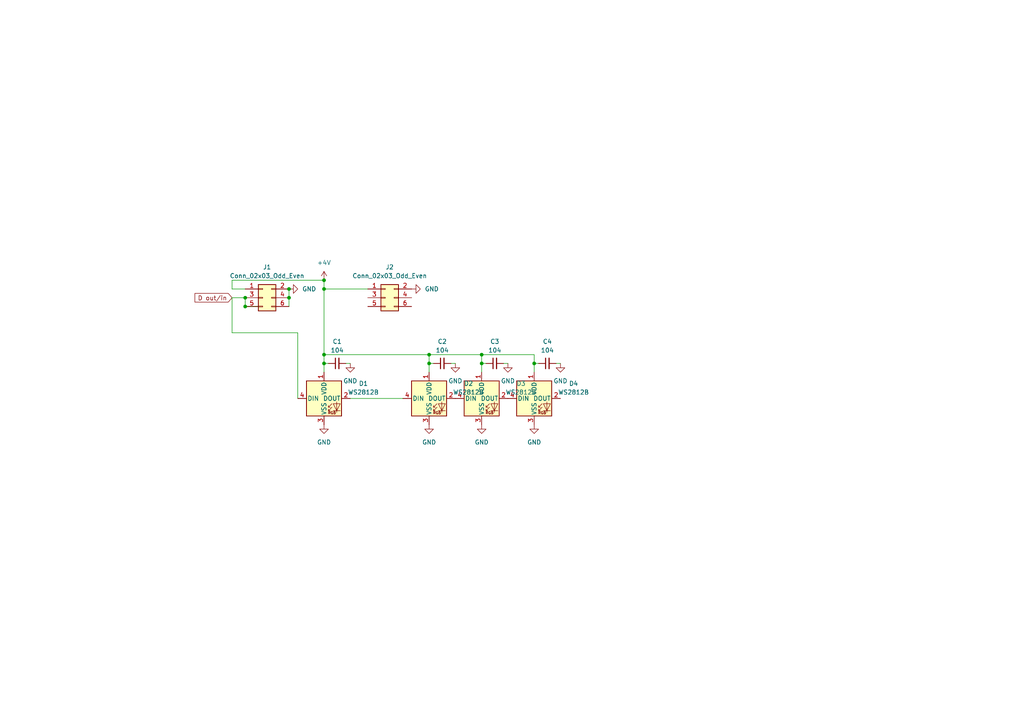
<source format=kicad_sch>
(kicad_sch (version 20211123) (generator eeschema)
  (paper "A4")
  (title_block (title "WICCON 2023 Badge") (date "2023-08-26") (rev "1.0"))
  (lib_symbols
    (symbol "Connector_Generic:Conn_02x03_Odd_Even" (pin_names (offset 1.016) hide)
      (property "Reference" "J" (at 1.27 5.08 0))
      (property "Value" "Conn_02x03_Odd_Even" (at 1.27 -5.08 0))
      (symbol "Conn_02x03_Odd_Even_1_1"
        (rectangle (start -1.27 -2.413) (end 0 -2.667) (stroke (width 0.1524)))
        (rectangle (start -1.27 0.127) (end 0 -0.127) (stroke (width 0.1524)))
        (rectangle (start -1.27 2.667) (end 0 2.413) (stroke (width 0.1524)))
        (rectangle (start -1.27 3.81) (end 3.81 -3.81) (stroke (width 0.254)) (fill (type background)))
        (rectangle (start 3.81 -2.413) (end 2.54 -2.667) (stroke (width 0.1524)))
        (rectangle (start 3.81 0.127) (end 2.54 -0.127) (stroke (width 0.1524)))
        (rectangle (start 3.81 2.667) (end 2.54 2.413) (stroke (width 0.1524)))
        (pin passive line (at -5.08 2.54 0) (length 3.81) (name "Pin_1") (number "1"))
        (pin passive line (at 7.62 2.54 180) (length 3.81) (name "Pin_2") (number "2"))
        (pin passive line (at -5.08 0 0) (length 3.81) (name "Pin_3") (number "3"))
        (pin passive line (at 7.62 0 180) (length 3.81) (name "Pin_4") (number "4"))
        (pin passive line (at -5.08 -2.54 0) (length 3.81) (name "Pin_5") (number "5"))
        (pin passive line (at 7.62 -2.54 180) (length 3.81) (name "Pin_6") (number "6"))
      )
    )
    (symbol "Device:C_Small" (pin_numbers hide) (pin_names (offset 0.254) hide)
      (property "Reference" "C" (at 0.254 1.778 0))
      (property "Value" "C_Small" (at 0.254 -2.032 0))
      (symbol "C_Small_0_1"
        (polyline (pts (xy -1.524 -0.508) (xy 1.524 -0.508)) (stroke (width 0.3302)))
        (polyline (pts (xy -1.524 0.508) (xy 1.524 0.508)) (stroke (width 0.3048)))
      )
      (symbol "C_Small_1_1"
        (pin passive line (at 0 2.54 270) (length 2.032) (name "~") (number "1"))
        (pin passive line (at 0 -2.54 90) (length 2.032) (name "~") (number "2"))
      )
    )
    (symbol "LED:WS2812B" (pin_names (offset 0.254))
      (property "Reference" "D" (at 5.08 5.715 0))
      (property "Value" "WS2812B" (at 1.27 -5.715 0))
      (symbol "WS2812B_0_0"
        (text "RGB" (at 2.286 -4.191 0) (effects (font (size 0.762 0.762))))
      )
      (symbol "WS2812B_0_1"
        (polyline (pts (xy 1.27 -3.556) (xy 1.778 -3.556)))
        (polyline (pts (xy 1.27 -2.54) (xy 1.778 -2.54)))
        (polyline (pts (xy 4.699 -3.556) (xy 2.667 -3.556)))
        (polyline (pts (xy 2.286 -2.54) (xy 1.27 -3.556) (xy 1.27 -3.048)))
        (polyline (pts (xy 2.286 -1.524) (xy 1.27 -2.54) (xy 1.27 -2.032)))
        (polyline (pts (xy 3.683 -1.016) (xy 3.683 -3.556) (xy 3.683 -4.064)))
        (polyline (pts (xy 4.699 -1.524) (xy 2.667 -1.524) (xy 3.683 -3.556) (xy 4.699 -1.524)))
        (rectangle (start 5.08 5.08) (end -5.08 -5.08) (stroke (width 0.254)) (fill (type background)))
      )
      (symbol "WS2812B_1_1"
        (pin power_in line (at 0 7.62 270) (length 2.54) (name "VDD") (number "1"))
        (pin output line (at 7.62 0 180) (length 2.54) (name "DOUT") (number "2"))
        (pin power_in line (at 0 -7.62 90) (length 2.54) (name "VSS") (number "3"))
        (pin input line (at -7.62 0 0) (length 2.54) (name "DIN") (number "4"))
      )
    )
    (symbol "power:+4V" (power) (pin_names (offset 0))
      (property "Value" "+4V" (at 0 3.556 0))
      (symbol "+4V_0_1"
        (polyline (pts (xy -0.762 1.27) (xy 0 2.54)))
        (polyline (pts (xy 0 0) (xy 0 2.54)))
        (polyline (pts (xy 0 2.54) (xy 0.762 1.27)))
      )
      (symbol "+4V_1_1"
        (pin power_in line (at 0 0 90) (length 0) hide (name "+4V") (number "1"))
      )
    )
    (symbol "power:GND" (power) (pin_names (offset 0))
      (property "Value" "GND" (at 0 -3.81 0))
      (symbol "GND_0_1"
        (polyline (pts (xy 0 0) (xy 0 -1.27) (xy 1.27 -1.27) (xy 0 -2.54) (xy -1.27 -1.27) (xy 0 -1.27)))
      )
      (symbol "GND_1_1"
        (pin power_in line (at 0 0 270) (length 0) hide (name "GND") (number "1"))
      )
    )
  )
  (junction (at 124.46 102.87))
  (junction (at 93.98 83.82))
  (junction (at 139.7 105.41))
  (junction (at 139.7 102.87))
  (junction (at 71.12 86.36))
  (junction (at 93.98 81.28))
  (junction (at 71.12 88.9))
  (junction (at 83.82 86.36))
  (junction (at 154.94 105.41))
  (junction (at 93.98 105.41))
  (junction (at 93.98 102.87))
  (junction (at 83.82 83.82))
  (junction (at 124.46 105.41))
  (wire (pts (xy 95.25 105.41) (xy 93.98 105.41)))
  (wire (pts (xy 124.46 102.87) (xy 124.46 105.41)))
  (wire (pts (xy 140.97 105.41) (xy 139.7 105.41)))
  (wire (pts (xy 71.12 86.36) (xy 71.12 88.9)))
  (wire (pts (xy 83.82 83.82) (xy 83.82 86.36)))
  (wire (pts (xy 71.12 88.9) (xy 74.93 88.9)))
  (wire (pts (xy 156.21 105.41) (xy 154.94 105.41)))
  (wire (pts (xy 83.82 86.36) (xy 83.82 88.9)))
  (wire (pts (xy 132.08 105.41) (xy 130.81 105.41)))
  (wire (pts (xy 106.68 83.82) (xy 93.98 83.82)))
  (wire (pts (xy 101.6 105.41) (xy 100.33 105.41)))
  (wire (pts (xy 147.32 105.41) (xy 146.05 105.41)))
  (wire (pts (xy 93.98 105.41) (xy 93.98 107.95)))
  (wire (pts (xy 124.46 102.87) (xy 139.7 102.87)))
  (wire (pts (xy 86.36 96.52) (xy 86.36 115.57)))
  (wire (pts (xy 125.73 105.41) (xy 124.46 105.41)))
  (wire (pts (xy 154.94 105.41) (xy 154.94 107.95)))
  (wire (pts (xy 71.12 86.36) (xy 67.31 86.36)))
  (wire (pts (xy 154.94 102.87) (xy 154.94 105.41)))
  (wire (pts (xy 139.7 102.87) (xy 139.7 105.41)))
  (wire (pts (xy 67.31 83.82) (xy 67.31 81.28)))
  (wire (pts (xy 93.98 83.82) (xy 93.98 102.87)))
  (wire (pts (xy 67.31 83.82) (xy 71.12 83.82)))
  (wire (pts (xy 139.7 102.87) (xy 154.94 102.87)))
  (wire (pts (xy 71.12 86.36) (xy 74.93 86.36)))
  (wire (pts (xy 93.98 102.87) (xy 93.98 105.41)))
  (wire (pts (xy 101.6 115.57) (xy 116.84 115.57)))
  (wire (pts (xy 93.98 102.87) (xy 124.46 102.87)))
  (wire (pts (xy 67.31 96.52) (xy 86.36 96.52)))
  (wire (pts (xy 67.31 81.28) (xy 93.98 81.28)))
  (wire (pts (xy 124.46 105.41) (xy 124.46 107.95)))
  (wire (pts (xy 67.31 86.36) (xy 67.31 96.52)))
  (wire (pts (xy 93.98 81.28) (xy 93.98 83.82)))
  (wire (pts (xy 162.56 105.41) (xy 161.29 105.41)))
  (wire (pts (xy 139.7 105.41) (xy 139.7 107.95)))
  (global_label "D out{slash}in" (shape input) (at 67.31 86.36 180) (property "Intersheet References" "${INTERSHEET_REFS}" (effects hide)))
  (symbol (lib_id "power:GND") (at 154.94 123.19 0) (unit 1)
    (property "Reference" "#PWR010" (effects hide))
    (property "Value" "GND" (at 154.94 128.27 0))
  )
  (symbol (lib_id "LED:WS2812B") (at 93.98 115.57 0) (unit 1)
    (property "Reference" "D1" (at 105.41 111.2393 0))
    (property "Value" "WS2812B" (at 105.41 113.7793 0))
    (property "Footprint" "LED_SMD:LED_WS2812B_PLCC4_5.0x5.0mm_P3.2mm" (effects hide))
    (property "Datasheet" "https://cdn-shop.adafruit.com/datasheets/WS2812B.pdf" (effects hide))
  )
  (symbol (lib_id "power:GND") (at 119.38 83.82 90) (unit 1)
    (property "Reference" "#PWR05" (effects hide))
    (property "Value" "GND" (at 123.19 83.8199 90) (effects (justify right)))
  )
  (symbol (lib_id "power:GND") (at 124.46 123.19 0) (unit 1)
    (property "Reference" "#PWR06" (effects hide))
    (property "Value" "GND" (at 124.46 128.27 0))
  )
  (symbol (lib_id "power:GND") (at 83.82 83.82 90) (unit 1)
    (property "Reference" "#PWR01" (effects hide))
    (property "Value" "GND" (at 87.63 83.8199 90) (effects (justify right)))
  )
  (symbol (lib_id "Device:C_Small") (at 158.75 105.41 90) (unit 1)
    (property "Reference" "C4" (at 158.7563 99.06 90))
    (property "Value" "104" (at 158.7563 101.6 90))
    (property "Footprint" "Resistor_SMD:R_0805_2012Metric" (effects hide))
  )
  (symbol (lib_id "LED:WS2812B") (at 124.46 115.57 0) (unit 1)
    (property "Reference" "D2" (at 135.89 111.2393 0))
    (property "Value" "WS2812B" (at 135.89 113.7793 0))
    (property "Footprint" "LED_SMD:LED_WS2812B_PLCC4_5.0x5.0mm_P3.2mm" (effects hide))
    (property "Datasheet" "https://cdn-shop.adafruit.com/datasheets/WS2812B.pdf" (effects hide))
  )
  (symbol (lib_id "Device:C_Small") (at 143.51 105.41 90) (unit 1)
    (property "Reference" "C3" (at 143.5163 99.06 90))
    (property "Value" "104" (at 143.5163 101.6 90))
    (property "Footprint" "Resistor_SMD:R_0805_2012Metric" (effects hide))
  )
  (symbol (lib_id "Device:C_Small") (at 128.27 105.41 90) (unit 1)
    (property "Reference" "C2" (at 128.2763 99.06 90))
    (property "Value" "104" (at 128.2763 101.6 90))
    (property "Footprint" "Resistor_SMD:R_0805_2012Metric" (effects hide))
  )
  (symbol (lib_id "power:GND") (at 147.32 105.41 0) (unit 1)
    (property "Reference" "#PWR09" (effects hide))
    (property "Value" "GND" (at 147.32 110.49 0))
  )
  (symbol (lib_id "LED:WS2812B") (at 154.94 115.57 0) (unit 1)
    (property "Reference" "D4" (at 166.37 111.2393 0))
    (property "Value" "WS2812B" (at 166.37 113.7793 0))
    (property "Footprint" "LED_SMD:LED_WS2812B_PLCC4_5.0x5.0mm_P3.2mm" (effects hide))
    (property "Datasheet" "https://cdn-shop.adafruit.com/datasheets/WS2812B.pdf" (effects hide))
  )
  (symbol (lib_id "power:GND") (at 162.56 105.41 0) (unit 1)
    (property "Reference" "#PWR011" (effects hide))
    (property "Value" "GND" (at 162.56 110.49 0))
  )
  (symbol (lib_id "power:GND") (at 132.08 105.41 0) (unit 1)
    (property "Reference" "#PWR07" (effects hide))
    (property "Value" "GND" (at 132.08 110.49 0))
  )
  (symbol (lib_id "power:+4V") (at 93.98 81.28 0) (unit 1)
    (property "Reference" "#PWR02" (effects hide))
    (property "Value" "+4V" (at 93.98 76.2 0))
  )
  (symbol (lib_id "Connector_Generic:Conn_02x03_Odd_Even") (at 111.76 86.36 0) (unit 1)
    (property "Reference" "J2" (at 113.03 77.47 0))
    (property "Value" "Conn_02x03_Odd_Even" (at 113.03 80.01 0))
    (property "Footprint" "Connector_PinHeader_2.54mm:PinHeader_2x03_P2.54mm_Vertical_SMD" (effects hide))
  )
  (symbol (lib_id "Connector_Generic:Conn_02x03_Odd_Even") (at 76.2 86.36 0) (unit 1)
    (property "Reference" "J1" (at 77.47 77.47 0))
    (property "Value" "Conn_02x03_Odd_Even" (at 77.47 80.01 0))
    (property "Footprint" "Connector_PinHeader_2.54mm:PinHeader_2x03_P2.54mm_Vertical_SMD" (effects hide))
  )
  (symbol (lib_id "power:GND") (at 93.98 123.19 0) (unit 1)
    (property "Reference" "#PWR03" (effects hide))
    (property "Value" "GND" (at 93.98 128.27 0))
  )
  (symbol (lib_id "LED:WS2812B") (at 139.7 115.57 0) (unit 1)
    (property "Reference" "D3" (at 151.13 111.2393 0))
    (property "Value" "WS2812B" (at 151.13 113.7793 0))
    (property "Footprint" "LED_SMD:LED_WS2812B_PLCC4_5.0x5.0mm_P3.2mm" (effects hide))
    (property "Datasheet" "https://cdn-shop.adafruit.com/datasheets/WS2812B.pdf" (effects hide))
  )
  (symbol (lib_id "power:GND") (at 101.6 105.41 0) (unit 1)
    (property "Reference" "#PWR04" (effects hide))
    (property "Value" "GND" (at 101.6 110.49 0))
  )
  (symbol (lib_id "power:GND") (at 139.7 123.19 0) (unit 1)
    (property "Reference" "#PWR08" (effects hide))
    (property "Value" "GND" (at 139.7 128.27 0))
  )
  (symbol (lib_id "Device:C_Small") (at 97.79 105.41 90) (unit 1)
    (property "Reference" "C1" (at 97.7963 99.06 90))
    (property "Value" "104" (at 97.7963 101.6 90))
    (property "Footprint" "Resistor_SMD:R_0805_2012Metric" (effects hide))
  )
)
</source>
